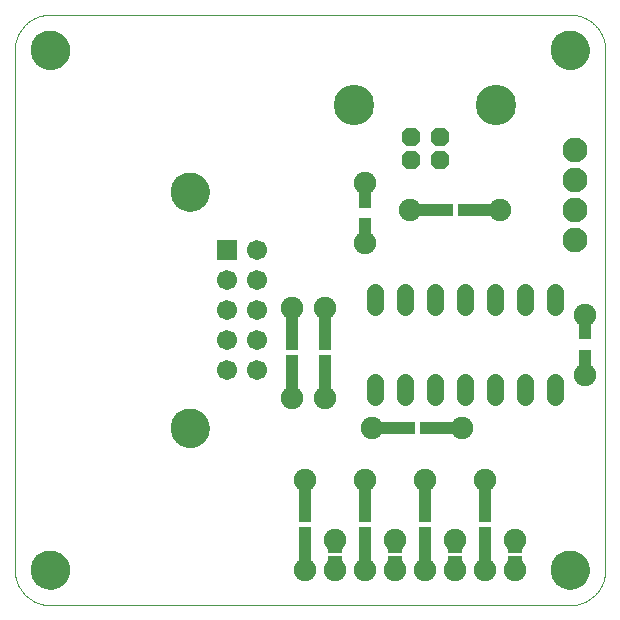
<source format=gts>
G75*
%MOIN*%
%OFA0B0*%
%FSLAX25Y25*%
%IPPOS*%
%LPD*%
%AMOC8*
5,1,8,0,0,1.08239X$1,22.5*
%
%ADD10C,0.00000*%
%ADD11C,0.12998*%
%ADD12R,0.04337X0.10636*%
%ADD13C,0.07487*%
%ADD14C,0.05600*%
%ADD15R,0.12998X0.04337*%
%ADD16OC8,0.06140*%
%ADD17C,0.13455*%
%ADD18R,0.04337X0.12998*%
%ADD19R,0.05124X0.03550*%
%ADD20C,0.08274*%
%ADD21C,0.06699*%
%ADD22R,0.06699X0.06699*%
D10*
X0046801Y0017535D02*
X0046801Y0190764D01*
X0052313Y0190764D02*
X0052315Y0190922D01*
X0052321Y0191080D01*
X0052331Y0191238D01*
X0052345Y0191396D01*
X0052363Y0191553D01*
X0052384Y0191710D01*
X0052410Y0191866D01*
X0052440Y0192022D01*
X0052473Y0192177D01*
X0052511Y0192330D01*
X0052552Y0192483D01*
X0052597Y0192635D01*
X0052646Y0192786D01*
X0052699Y0192935D01*
X0052755Y0193083D01*
X0052815Y0193229D01*
X0052879Y0193374D01*
X0052947Y0193517D01*
X0053018Y0193659D01*
X0053092Y0193799D01*
X0053170Y0193936D01*
X0053252Y0194072D01*
X0053336Y0194206D01*
X0053425Y0194337D01*
X0053516Y0194466D01*
X0053611Y0194593D01*
X0053708Y0194718D01*
X0053809Y0194840D01*
X0053913Y0194959D01*
X0054020Y0195076D01*
X0054130Y0195190D01*
X0054243Y0195301D01*
X0054358Y0195410D01*
X0054476Y0195515D01*
X0054597Y0195617D01*
X0054720Y0195717D01*
X0054846Y0195813D01*
X0054974Y0195906D01*
X0055104Y0195996D01*
X0055237Y0196082D01*
X0055372Y0196166D01*
X0055508Y0196245D01*
X0055647Y0196322D01*
X0055788Y0196394D01*
X0055930Y0196464D01*
X0056074Y0196529D01*
X0056220Y0196591D01*
X0056367Y0196649D01*
X0056516Y0196704D01*
X0056666Y0196755D01*
X0056817Y0196802D01*
X0056969Y0196845D01*
X0057122Y0196884D01*
X0057277Y0196920D01*
X0057432Y0196951D01*
X0057588Y0196979D01*
X0057744Y0197003D01*
X0057901Y0197023D01*
X0058059Y0197039D01*
X0058216Y0197051D01*
X0058375Y0197059D01*
X0058533Y0197063D01*
X0058691Y0197063D01*
X0058849Y0197059D01*
X0059008Y0197051D01*
X0059165Y0197039D01*
X0059323Y0197023D01*
X0059480Y0197003D01*
X0059636Y0196979D01*
X0059792Y0196951D01*
X0059947Y0196920D01*
X0060102Y0196884D01*
X0060255Y0196845D01*
X0060407Y0196802D01*
X0060558Y0196755D01*
X0060708Y0196704D01*
X0060857Y0196649D01*
X0061004Y0196591D01*
X0061150Y0196529D01*
X0061294Y0196464D01*
X0061436Y0196394D01*
X0061577Y0196322D01*
X0061716Y0196245D01*
X0061852Y0196166D01*
X0061987Y0196082D01*
X0062120Y0195996D01*
X0062250Y0195906D01*
X0062378Y0195813D01*
X0062504Y0195717D01*
X0062627Y0195617D01*
X0062748Y0195515D01*
X0062866Y0195410D01*
X0062981Y0195301D01*
X0063094Y0195190D01*
X0063204Y0195076D01*
X0063311Y0194959D01*
X0063415Y0194840D01*
X0063516Y0194718D01*
X0063613Y0194593D01*
X0063708Y0194466D01*
X0063799Y0194337D01*
X0063888Y0194206D01*
X0063972Y0194072D01*
X0064054Y0193936D01*
X0064132Y0193799D01*
X0064206Y0193659D01*
X0064277Y0193517D01*
X0064345Y0193374D01*
X0064409Y0193229D01*
X0064469Y0193083D01*
X0064525Y0192935D01*
X0064578Y0192786D01*
X0064627Y0192635D01*
X0064672Y0192483D01*
X0064713Y0192330D01*
X0064751Y0192177D01*
X0064784Y0192022D01*
X0064814Y0191866D01*
X0064840Y0191710D01*
X0064861Y0191553D01*
X0064879Y0191396D01*
X0064893Y0191238D01*
X0064903Y0191080D01*
X0064909Y0190922D01*
X0064911Y0190764D01*
X0064909Y0190606D01*
X0064903Y0190448D01*
X0064893Y0190290D01*
X0064879Y0190132D01*
X0064861Y0189975D01*
X0064840Y0189818D01*
X0064814Y0189662D01*
X0064784Y0189506D01*
X0064751Y0189351D01*
X0064713Y0189198D01*
X0064672Y0189045D01*
X0064627Y0188893D01*
X0064578Y0188742D01*
X0064525Y0188593D01*
X0064469Y0188445D01*
X0064409Y0188299D01*
X0064345Y0188154D01*
X0064277Y0188011D01*
X0064206Y0187869D01*
X0064132Y0187729D01*
X0064054Y0187592D01*
X0063972Y0187456D01*
X0063888Y0187322D01*
X0063799Y0187191D01*
X0063708Y0187062D01*
X0063613Y0186935D01*
X0063516Y0186810D01*
X0063415Y0186688D01*
X0063311Y0186569D01*
X0063204Y0186452D01*
X0063094Y0186338D01*
X0062981Y0186227D01*
X0062866Y0186118D01*
X0062748Y0186013D01*
X0062627Y0185911D01*
X0062504Y0185811D01*
X0062378Y0185715D01*
X0062250Y0185622D01*
X0062120Y0185532D01*
X0061987Y0185446D01*
X0061852Y0185362D01*
X0061716Y0185283D01*
X0061577Y0185206D01*
X0061436Y0185134D01*
X0061294Y0185064D01*
X0061150Y0184999D01*
X0061004Y0184937D01*
X0060857Y0184879D01*
X0060708Y0184824D01*
X0060558Y0184773D01*
X0060407Y0184726D01*
X0060255Y0184683D01*
X0060102Y0184644D01*
X0059947Y0184608D01*
X0059792Y0184577D01*
X0059636Y0184549D01*
X0059480Y0184525D01*
X0059323Y0184505D01*
X0059165Y0184489D01*
X0059008Y0184477D01*
X0058849Y0184469D01*
X0058691Y0184465D01*
X0058533Y0184465D01*
X0058375Y0184469D01*
X0058216Y0184477D01*
X0058059Y0184489D01*
X0057901Y0184505D01*
X0057744Y0184525D01*
X0057588Y0184549D01*
X0057432Y0184577D01*
X0057277Y0184608D01*
X0057122Y0184644D01*
X0056969Y0184683D01*
X0056817Y0184726D01*
X0056666Y0184773D01*
X0056516Y0184824D01*
X0056367Y0184879D01*
X0056220Y0184937D01*
X0056074Y0184999D01*
X0055930Y0185064D01*
X0055788Y0185134D01*
X0055647Y0185206D01*
X0055508Y0185283D01*
X0055372Y0185362D01*
X0055237Y0185446D01*
X0055104Y0185532D01*
X0054974Y0185622D01*
X0054846Y0185715D01*
X0054720Y0185811D01*
X0054597Y0185911D01*
X0054476Y0186013D01*
X0054358Y0186118D01*
X0054243Y0186227D01*
X0054130Y0186338D01*
X0054020Y0186452D01*
X0053913Y0186569D01*
X0053809Y0186688D01*
X0053708Y0186810D01*
X0053611Y0186935D01*
X0053516Y0187062D01*
X0053425Y0187191D01*
X0053336Y0187322D01*
X0053252Y0187456D01*
X0053170Y0187592D01*
X0053092Y0187729D01*
X0053018Y0187869D01*
X0052947Y0188011D01*
X0052879Y0188154D01*
X0052815Y0188299D01*
X0052755Y0188445D01*
X0052699Y0188593D01*
X0052646Y0188742D01*
X0052597Y0188893D01*
X0052552Y0189045D01*
X0052511Y0189198D01*
X0052473Y0189351D01*
X0052440Y0189506D01*
X0052410Y0189662D01*
X0052384Y0189818D01*
X0052363Y0189975D01*
X0052345Y0190132D01*
X0052331Y0190290D01*
X0052321Y0190448D01*
X0052315Y0190606D01*
X0052313Y0190764D01*
X0046801Y0190764D02*
X0046804Y0191049D01*
X0046815Y0191335D01*
X0046832Y0191620D01*
X0046856Y0191904D01*
X0046887Y0192188D01*
X0046925Y0192471D01*
X0046970Y0192752D01*
X0047021Y0193033D01*
X0047079Y0193313D01*
X0047144Y0193591D01*
X0047216Y0193867D01*
X0047294Y0194141D01*
X0047379Y0194414D01*
X0047471Y0194684D01*
X0047569Y0194952D01*
X0047673Y0195218D01*
X0047784Y0195481D01*
X0047901Y0195741D01*
X0048024Y0195999D01*
X0048154Y0196253D01*
X0048290Y0196504D01*
X0048431Y0196752D01*
X0048579Y0196996D01*
X0048732Y0197237D01*
X0048892Y0197473D01*
X0049057Y0197706D01*
X0049227Y0197935D01*
X0049403Y0198160D01*
X0049585Y0198380D01*
X0049771Y0198596D01*
X0049963Y0198807D01*
X0050160Y0199014D01*
X0050362Y0199216D01*
X0050569Y0199413D01*
X0050780Y0199605D01*
X0050996Y0199791D01*
X0051216Y0199973D01*
X0051441Y0200149D01*
X0051670Y0200319D01*
X0051903Y0200484D01*
X0052139Y0200644D01*
X0052380Y0200797D01*
X0052624Y0200945D01*
X0052872Y0201086D01*
X0053123Y0201222D01*
X0053377Y0201352D01*
X0053635Y0201475D01*
X0053895Y0201592D01*
X0054158Y0201703D01*
X0054424Y0201807D01*
X0054692Y0201905D01*
X0054962Y0201997D01*
X0055235Y0202082D01*
X0055509Y0202160D01*
X0055785Y0202232D01*
X0056063Y0202297D01*
X0056343Y0202355D01*
X0056624Y0202406D01*
X0056905Y0202451D01*
X0057188Y0202489D01*
X0057472Y0202520D01*
X0057756Y0202544D01*
X0058041Y0202561D01*
X0058327Y0202572D01*
X0058612Y0202575D01*
X0231840Y0202575D01*
X0225541Y0190764D02*
X0225543Y0190922D01*
X0225549Y0191080D01*
X0225559Y0191238D01*
X0225573Y0191396D01*
X0225591Y0191553D01*
X0225612Y0191710D01*
X0225638Y0191866D01*
X0225668Y0192022D01*
X0225701Y0192177D01*
X0225739Y0192330D01*
X0225780Y0192483D01*
X0225825Y0192635D01*
X0225874Y0192786D01*
X0225927Y0192935D01*
X0225983Y0193083D01*
X0226043Y0193229D01*
X0226107Y0193374D01*
X0226175Y0193517D01*
X0226246Y0193659D01*
X0226320Y0193799D01*
X0226398Y0193936D01*
X0226480Y0194072D01*
X0226564Y0194206D01*
X0226653Y0194337D01*
X0226744Y0194466D01*
X0226839Y0194593D01*
X0226936Y0194718D01*
X0227037Y0194840D01*
X0227141Y0194959D01*
X0227248Y0195076D01*
X0227358Y0195190D01*
X0227471Y0195301D01*
X0227586Y0195410D01*
X0227704Y0195515D01*
X0227825Y0195617D01*
X0227948Y0195717D01*
X0228074Y0195813D01*
X0228202Y0195906D01*
X0228332Y0195996D01*
X0228465Y0196082D01*
X0228600Y0196166D01*
X0228736Y0196245D01*
X0228875Y0196322D01*
X0229016Y0196394D01*
X0229158Y0196464D01*
X0229302Y0196529D01*
X0229448Y0196591D01*
X0229595Y0196649D01*
X0229744Y0196704D01*
X0229894Y0196755D01*
X0230045Y0196802D01*
X0230197Y0196845D01*
X0230350Y0196884D01*
X0230505Y0196920D01*
X0230660Y0196951D01*
X0230816Y0196979D01*
X0230972Y0197003D01*
X0231129Y0197023D01*
X0231287Y0197039D01*
X0231444Y0197051D01*
X0231603Y0197059D01*
X0231761Y0197063D01*
X0231919Y0197063D01*
X0232077Y0197059D01*
X0232236Y0197051D01*
X0232393Y0197039D01*
X0232551Y0197023D01*
X0232708Y0197003D01*
X0232864Y0196979D01*
X0233020Y0196951D01*
X0233175Y0196920D01*
X0233330Y0196884D01*
X0233483Y0196845D01*
X0233635Y0196802D01*
X0233786Y0196755D01*
X0233936Y0196704D01*
X0234085Y0196649D01*
X0234232Y0196591D01*
X0234378Y0196529D01*
X0234522Y0196464D01*
X0234664Y0196394D01*
X0234805Y0196322D01*
X0234944Y0196245D01*
X0235080Y0196166D01*
X0235215Y0196082D01*
X0235348Y0195996D01*
X0235478Y0195906D01*
X0235606Y0195813D01*
X0235732Y0195717D01*
X0235855Y0195617D01*
X0235976Y0195515D01*
X0236094Y0195410D01*
X0236209Y0195301D01*
X0236322Y0195190D01*
X0236432Y0195076D01*
X0236539Y0194959D01*
X0236643Y0194840D01*
X0236744Y0194718D01*
X0236841Y0194593D01*
X0236936Y0194466D01*
X0237027Y0194337D01*
X0237116Y0194206D01*
X0237200Y0194072D01*
X0237282Y0193936D01*
X0237360Y0193799D01*
X0237434Y0193659D01*
X0237505Y0193517D01*
X0237573Y0193374D01*
X0237637Y0193229D01*
X0237697Y0193083D01*
X0237753Y0192935D01*
X0237806Y0192786D01*
X0237855Y0192635D01*
X0237900Y0192483D01*
X0237941Y0192330D01*
X0237979Y0192177D01*
X0238012Y0192022D01*
X0238042Y0191866D01*
X0238068Y0191710D01*
X0238089Y0191553D01*
X0238107Y0191396D01*
X0238121Y0191238D01*
X0238131Y0191080D01*
X0238137Y0190922D01*
X0238139Y0190764D01*
X0238137Y0190606D01*
X0238131Y0190448D01*
X0238121Y0190290D01*
X0238107Y0190132D01*
X0238089Y0189975D01*
X0238068Y0189818D01*
X0238042Y0189662D01*
X0238012Y0189506D01*
X0237979Y0189351D01*
X0237941Y0189198D01*
X0237900Y0189045D01*
X0237855Y0188893D01*
X0237806Y0188742D01*
X0237753Y0188593D01*
X0237697Y0188445D01*
X0237637Y0188299D01*
X0237573Y0188154D01*
X0237505Y0188011D01*
X0237434Y0187869D01*
X0237360Y0187729D01*
X0237282Y0187592D01*
X0237200Y0187456D01*
X0237116Y0187322D01*
X0237027Y0187191D01*
X0236936Y0187062D01*
X0236841Y0186935D01*
X0236744Y0186810D01*
X0236643Y0186688D01*
X0236539Y0186569D01*
X0236432Y0186452D01*
X0236322Y0186338D01*
X0236209Y0186227D01*
X0236094Y0186118D01*
X0235976Y0186013D01*
X0235855Y0185911D01*
X0235732Y0185811D01*
X0235606Y0185715D01*
X0235478Y0185622D01*
X0235348Y0185532D01*
X0235215Y0185446D01*
X0235080Y0185362D01*
X0234944Y0185283D01*
X0234805Y0185206D01*
X0234664Y0185134D01*
X0234522Y0185064D01*
X0234378Y0184999D01*
X0234232Y0184937D01*
X0234085Y0184879D01*
X0233936Y0184824D01*
X0233786Y0184773D01*
X0233635Y0184726D01*
X0233483Y0184683D01*
X0233330Y0184644D01*
X0233175Y0184608D01*
X0233020Y0184577D01*
X0232864Y0184549D01*
X0232708Y0184525D01*
X0232551Y0184505D01*
X0232393Y0184489D01*
X0232236Y0184477D01*
X0232077Y0184469D01*
X0231919Y0184465D01*
X0231761Y0184465D01*
X0231603Y0184469D01*
X0231444Y0184477D01*
X0231287Y0184489D01*
X0231129Y0184505D01*
X0230972Y0184525D01*
X0230816Y0184549D01*
X0230660Y0184577D01*
X0230505Y0184608D01*
X0230350Y0184644D01*
X0230197Y0184683D01*
X0230045Y0184726D01*
X0229894Y0184773D01*
X0229744Y0184824D01*
X0229595Y0184879D01*
X0229448Y0184937D01*
X0229302Y0184999D01*
X0229158Y0185064D01*
X0229016Y0185134D01*
X0228875Y0185206D01*
X0228736Y0185283D01*
X0228600Y0185362D01*
X0228465Y0185446D01*
X0228332Y0185532D01*
X0228202Y0185622D01*
X0228074Y0185715D01*
X0227948Y0185811D01*
X0227825Y0185911D01*
X0227704Y0186013D01*
X0227586Y0186118D01*
X0227471Y0186227D01*
X0227358Y0186338D01*
X0227248Y0186452D01*
X0227141Y0186569D01*
X0227037Y0186688D01*
X0226936Y0186810D01*
X0226839Y0186935D01*
X0226744Y0187062D01*
X0226653Y0187191D01*
X0226564Y0187322D01*
X0226480Y0187456D01*
X0226398Y0187592D01*
X0226320Y0187729D01*
X0226246Y0187869D01*
X0226175Y0188011D01*
X0226107Y0188154D01*
X0226043Y0188299D01*
X0225983Y0188445D01*
X0225927Y0188593D01*
X0225874Y0188742D01*
X0225825Y0188893D01*
X0225780Y0189045D01*
X0225739Y0189198D01*
X0225701Y0189351D01*
X0225668Y0189506D01*
X0225638Y0189662D01*
X0225612Y0189818D01*
X0225591Y0189975D01*
X0225573Y0190132D01*
X0225559Y0190290D01*
X0225549Y0190448D01*
X0225543Y0190606D01*
X0225541Y0190764D01*
X0231840Y0202575D02*
X0232125Y0202572D01*
X0232411Y0202561D01*
X0232696Y0202544D01*
X0232980Y0202520D01*
X0233264Y0202489D01*
X0233547Y0202451D01*
X0233828Y0202406D01*
X0234109Y0202355D01*
X0234389Y0202297D01*
X0234667Y0202232D01*
X0234943Y0202160D01*
X0235217Y0202082D01*
X0235490Y0201997D01*
X0235760Y0201905D01*
X0236028Y0201807D01*
X0236294Y0201703D01*
X0236557Y0201592D01*
X0236817Y0201475D01*
X0237075Y0201352D01*
X0237329Y0201222D01*
X0237580Y0201086D01*
X0237828Y0200945D01*
X0238072Y0200797D01*
X0238313Y0200644D01*
X0238549Y0200484D01*
X0238782Y0200319D01*
X0239011Y0200149D01*
X0239236Y0199973D01*
X0239456Y0199791D01*
X0239672Y0199605D01*
X0239883Y0199413D01*
X0240090Y0199216D01*
X0240292Y0199014D01*
X0240489Y0198807D01*
X0240681Y0198596D01*
X0240867Y0198380D01*
X0241049Y0198160D01*
X0241225Y0197935D01*
X0241395Y0197706D01*
X0241560Y0197473D01*
X0241720Y0197237D01*
X0241873Y0196996D01*
X0242021Y0196752D01*
X0242162Y0196504D01*
X0242298Y0196253D01*
X0242428Y0195999D01*
X0242551Y0195741D01*
X0242668Y0195481D01*
X0242779Y0195218D01*
X0242883Y0194952D01*
X0242981Y0194684D01*
X0243073Y0194414D01*
X0243158Y0194141D01*
X0243236Y0193867D01*
X0243308Y0193591D01*
X0243373Y0193313D01*
X0243431Y0193033D01*
X0243482Y0192752D01*
X0243527Y0192471D01*
X0243565Y0192188D01*
X0243596Y0191904D01*
X0243620Y0191620D01*
X0243637Y0191335D01*
X0243648Y0191049D01*
X0243651Y0190764D01*
X0243651Y0017535D01*
X0225541Y0017535D02*
X0225543Y0017693D01*
X0225549Y0017851D01*
X0225559Y0018009D01*
X0225573Y0018167D01*
X0225591Y0018324D01*
X0225612Y0018481D01*
X0225638Y0018637D01*
X0225668Y0018793D01*
X0225701Y0018948D01*
X0225739Y0019101D01*
X0225780Y0019254D01*
X0225825Y0019406D01*
X0225874Y0019557D01*
X0225927Y0019706D01*
X0225983Y0019854D01*
X0226043Y0020000D01*
X0226107Y0020145D01*
X0226175Y0020288D01*
X0226246Y0020430D01*
X0226320Y0020570D01*
X0226398Y0020707D01*
X0226480Y0020843D01*
X0226564Y0020977D01*
X0226653Y0021108D01*
X0226744Y0021237D01*
X0226839Y0021364D01*
X0226936Y0021489D01*
X0227037Y0021611D01*
X0227141Y0021730D01*
X0227248Y0021847D01*
X0227358Y0021961D01*
X0227471Y0022072D01*
X0227586Y0022181D01*
X0227704Y0022286D01*
X0227825Y0022388D01*
X0227948Y0022488D01*
X0228074Y0022584D01*
X0228202Y0022677D01*
X0228332Y0022767D01*
X0228465Y0022853D01*
X0228600Y0022937D01*
X0228736Y0023016D01*
X0228875Y0023093D01*
X0229016Y0023165D01*
X0229158Y0023235D01*
X0229302Y0023300D01*
X0229448Y0023362D01*
X0229595Y0023420D01*
X0229744Y0023475D01*
X0229894Y0023526D01*
X0230045Y0023573D01*
X0230197Y0023616D01*
X0230350Y0023655D01*
X0230505Y0023691D01*
X0230660Y0023722D01*
X0230816Y0023750D01*
X0230972Y0023774D01*
X0231129Y0023794D01*
X0231287Y0023810D01*
X0231444Y0023822D01*
X0231603Y0023830D01*
X0231761Y0023834D01*
X0231919Y0023834D01*
X0232077Y0023830D01*
X0232236Y0023822D01*
X0232393Y0023810D01*
X0232551Y0023794D01*
X0232708Y0023774D01*
X0232864Y0023750D01*
X0233020Y0023722D01*
X0233175Y0023691D01*
X0233330Y0023655D01*
X0233483Y0023616D01*
X0233635Y0023573D01*
X0233786Y0023526D01*
X0233936Y0023475D01*
X0234085Y0023420D01*
X0234232Y0023362D01*
X0234378Y0023300D01*
X0234522Y0023235D01*
X0234664Y0023165D01*
X0234805Y0023093D01*
X0234944Y0023016D01*
X0235080Y0022937D01*
X0235215Y0022853D01*
X0235348Y0022767D01*
X0235478Y0022677D01*
X0235606Y0022584D01*
X0235732Y0022488D01*
X0235855Y0022388D01*
X0235976Y0022286D01*
X0236094Y0022181D01*
X0236209Y0022072D01*
X0236322Y0021961D01*
X0236432Y0021847D01*
X0236539Y0021730D01*
X0236643Y0021611D01*
X0236744Y0021489D01*
X0236841Y0021364D01*
X0236936Y0021237D01*
X0237027Y0021108D01*
X0237116Y0020977D01*
X0237200Y0020843D01*
X0237282Y0020707D01*
X0237360Y0020570D01*
X0237434Y0020430D01*
X0237505Y0020288D01*
X0237573Y0020145D01*
X0237637Y0020000D01*
X0237697Y0019854D01*
X0237753Y0019706D01*
X0237806Y0019557D01*
X0237855Y0019406D01*
X0237900Y0019254D01*
X0237941Y0019101D01*
X0237979Y0018948D01*
X0238012Y0018793D01*
X0238042Y0018637D01*
X0238068Y0018481D01*
X0238089Y0018324D01*
X0238107Y0018167D01*
X0238121Y0018009D01*
X0238131Y0017851D01*
X0238137Y0017693D01*
X0238139Y0017535D01*
X0238137Y0017377D01*
X0238131Y0017219D01*
X0238121Y0017061D01*
X0238107Y0016903D01*
X0238089Y0016746D01*
X0238068Y0016589D01*
X0238042Y0016433D01*
X0238012Y0016277D01*
X0237979Y0016122D01*
X0237941Y0015969D01*
X0237900Y0015816D01*
X0237855Y0015664D01*
X0237806Y0015513D01*
X0237753Y0015364D01*
X0237697Y0015216D01*
X0237637Y0015070D01*
X0237573Y0014925D01*
X0237505Y0014782D01*
X0237434Y0014640D01*
X0237360Y0014500D01*
X0237282Y0014363D01*
X0237200Y0014227D01*
X0237116Y0014093D01*
X0237027Y0013962D01*
X0236936Y0013833D01*
X0236841Y0013706D01*
X0236744Y0013581D01*
X0236643Y0013459D01*
X0236539Y0013340D01*
X0236432Y0013223D01*
X0236322Y0013109D01*
X0236209Y0012998D01*
X0236094Y0012889D01*
X0235976Y0012784D01*
X0235855Y0012682D01*
X0235732Y0012582D01*
X0235606Y0012486D01*
X0235478Y0012393D01*
X0235348Y0012303D01*
X0235215Y0012217D01*
X0235080Y0012133D01*
X0234944Y0012054D01*
X0234805Y0011977D01*
X0234664Y0011905D01*
X0234522Y0011835D01*
X0234378Y0011770D01*
X0234232Y0011708D01*
X0234085Y0011650D01*
X0233936Y0011595D01*
X0233786Y0011544D01*
X0233635Y0011497D01*
X0233483Y0011454D01*
X0233330Y0011415D01*
X0233175Y0011379D01*
X0233020Y0011348D01*
X0232864Y0011320D01*
X0232708Y0011296D01*
X0232551Y0011276D01*
X0232393Y0011260D01*
X0232236Y0011248D01*
X0232077Y0011240D01*
X0231919Y0011236D01*
X0231761Y0011236D01*
X0231603Y0011240D01*
X0231444Y0011248D01*
X0231287Y0011260D01*
X0231129Y0011276D01*
X0230972Y0011296D01*
X0230816Y0011320D01*
X0230660Y0011348D01*
X0230505Y0011379D01*
X0230350Y0011415D01*
X0230197Y0011454D01*
X0230045Y0011497D01*
X0229894Y0011544D01*
X0229744Y0011595D01*
X0229595Y0011650D01*
X0229448Y0011708D01*
X0229302Y0011770D01*
X0229158Y0011835D01*
X0229016Y0011905D01*
X0228875Y0011977D01*
X0228736Y0012054D01*
X0228600Y0012133D01*
X0228465Y0012217D01*
X0228332Y0012303D01*
X0228202Y0012393D01*
X0228074Y0012486D01*
X0227948Y0012582D01*
X0227825Y0012682D01*
X0227704Y0012784D01*
X0227586Y0012889D01*
X0227471Y0012998D01*
X0227358Y0013109D01*
X0227248Y0013223D01*
X0227141Y0013340D01*
X0227037Y0013459D01*
X0226936Y0013581D01*
X0226839Y0013706D01*
X0226744Y0013833D01*
X0226653Y0013962D01*
X0226564Y0014093D01*
X0226480Y0014227D01*
X0226398Y0014363D01*
X0226320Y0014500D01*
X0226246Y0014640D01*
X0226175Y0014782D01*
X0226107Y0014925D01*
X0226043Y0015070D01*
X0225983Y0015216D01*
X0225927Y0015364D01*
X0225874Y0015513D01*
X0225825Y0015664D01*
X0225780Y0015816D01*
X0225739Y0015969D01*
X0225701Y0016122D01*
X0225668Y0016277D01*
X0225638Y0016433D01*
X0225612Y0016589D01*
X0225591Y0016746D01*
X0225573Y0016903D01*
X0225559Y0017061D01*
X0225549Y0017219D01*
X0225543Y0017377D01*
X0225541Y0017535D01*
X0231840Y0005724D02*
X0232125Y0005727D01*
X0232411Y0005738D01*
X0232696Y0005755D01*
X0232980Y0005779D01*
X0233264Y0005810D01*
X0233547Y0005848D01*
X0233828Y0005893D01*
X0234109Y0005944D01*
X0234389Y0006002D01*
X0234667Y0006067D01*
X0234943Y0006139D01*
X0235217Y0006217D01*
X0235490Y0006302D01*
X0235760Y0006394D01*
X0236028Y0006492D01*
X0236294Y0006596D01*
X0236557Y0006707D01*
X0236817Y0006824D01*
X0237075Y0006947D01*
X0237329Y0007077D01*
X0237580Y0007213D01*
X0237828Y0007354D01*
X0238072Y0007502D01*
X0238313Y0007655D01*
X0238549Y0007815D01*
X0238782Y0007980D01*
X0239011Y0008150D01*
X0239236Y0008326D01*
X0239456Y0008508D01*
X0239672Y0008694D01*
X0239883Y0008886D01*
X0240090Y0009083D01*
X0240292Y0009285D01*
X0240489Y0009492D01*
X0240681Y0009703D01*
X0240867Y0009919D01*
X0241049Y0010139D01*
X0241225Y0010364D01*
X0241395Y0010593D01*
X0241560Y0010826D01*
X0241720Y0011062D01*
X0241873Y0011303D01*
X0242021Y0011547D01*
X0242162Y0011795D01*
X0242298Y0012046D01*
X0242428Y0012300D01*
X0242551Y0012558D01*
X0242668Y0012818D01*
X0242779Y0013081D01*
X0242883Y0013347D01*
X0242981Y0013615D01*
X0243073Y0013885D01*
X0243158Y0014158D01*
X0243236Y0014432D01*
X0243308Y0014708D01*
X0243373Y0014986D01*
X0243431Y0015266D01*
X0243482Y0015547D01*
X0243527Y0015828D01*
X0243565Y0016111D01*
X0243596Y0016395D01*
X0243620Y0016679D01*
X0243637Y0016964D01*
X0243648Y0017250D01*
X0243651Y0017535D01*
X0231840Y0005724D02*
X0058612Y0005724D01*
X0052313Y0017535D02*
X0052315Y0017693D01*
X0052321Y0017851D01*
X0052331Y0018009D01*
X0052345Y0018167D01*
X0052363Y0018324D01*
X0052384Y0018481D01*
X0052410Y0018637D01*
X0052440Y0018793D01*
X0052473Y0018948D01*
X0052511Y0019101D01*
X0052552Y0019254D01*
X0052597Y0019406D01*
X0052646Y0019557D01*
X0052699Y0019706D01*
X0052755Y0019854D01*
X0052815Y0020000D01*
X0052879Y0020145D01*
X0052947Y0020288D01*
X0053018Y0020430D01*
X0053092Y0020570D01*
X0053170Y0020707D01*
X0053252Y0020843D01*
X0053336Y0020977D01*
X0053425Y0021108D01*
X0053516Y0021237D01*
X0053611Y0021364D01*
X0053708Y0021489D01*
X0053809Y0021611D01*
X0053913Y0021730D01*
X0054020Y0021847D01*
X0054130Y0021961D01*
X0054243Y0022072D01*
X0054358Y0022181D01*
X0054476Y0022286D01*
X0054597Y0022388D01*
X0054720Y0022488D01*
X0054846Y0022584D01*
X0054974Y0022677D01*
X0055104Y0022767D01*
X0055237Y0022853D01*
X0055372Y0022937D01*
X0055508Y0023016D01*
X0055647Y0023093D01*
X0055788Y0023165D01*
X0055930Y0023235D01*
X0056074Y0023300D01*
X0056220Y0023362D01*
X0056367Y0023420D01*
X0056516Y0023475D01*
X0056666Y0023526D01*
X0056817Y0023573D01*
X0056969Y0023616D01*
X0057122Y0023655D01*
X0057277Y0023691D01*
X0057432Y0023722D01*
X0057588Y0023750D01*
X0057744Y0023774D01*
X0057901Y0023794D01*
X0058059Y0023810D01*
X0058216Y0023822D01*
X0058375Y0023830D01*
X0058533Y0023834D01*
X0058691Y0023834D01*
X0058849Y0023830D01*
X0059008Y0023822D01*
X0059165Y0023810D01*
X0059323Y0023794D01*
X0059480Y0023774D01*
X0059636Y0023750D01*
X0059792Y0023722D01*
X0059947Y0023691D01*
X0060102Y0023655D01*
X0060255Y0023616D01*
X0060407Y0023573D01*
X0060558Y0023526D01*
X0060708Y0023475D01*
X0060857Y0023420D01*
X0061004Y0023362D01*
X0061150Y0023300D01*
X0061294Y0023235D01*
X0061436Y0023165D01*
X0061577Y0023093D01*
X0061716Y0023016D01*
X0061852Y0022937D01*
X0061987Y0022853D01*
X0062120Y0022767D01*
X0062250Y0022677D01*
X0062378Y0022584D01*
X0062504Y0022488D01*
X0062627Y0022388D01*
X0062748Y0022286D01*
X0062866Y0022181D01*
X0062981Y0022072D01*
X0063094Y0021961D01*
X0063204Y0021847D01*
X0063311Y0021730D01*
X0063415Y0021611D01*
X0063516Y0021489D01*
X0063613Y0021364D01*
X0063708Y0021237D01*
X0063799Y0021108D01*
X0063888Y0020977D01*
X0063972Y0020843D01*
X0064054Y0020707D01*
X0064132Y0020570D01*
X0064206Y0020430D01*
X0064277Y0020288D01*
X0064345Y0020145D01*
X0064409Y0020000D01*
X0064469Y0019854D01*
X0064525Y0019706D01*
X0064578Y0019557D01*
X0064627Y0019406D01*
X0064672Y0019254D01*
X0064713Y0019101D01*
X0064751Y0018948D01*
X0064784Y0018793D01*
X0064814Y0018637D01*
X0064840Y0018481D01*
X0064861Y0018324D01*
X0064879Y0018167D01*
X0064893Y0018009D01*
X0064903Y0017851D01*
X0064909Y0017693D01*
X0064911Y0017535D01*
X0064909Y0017377D01*
X0064903Y0017219D01*
X0064893Y0017061D01*
X0064879Y0016903D01*
X0064861Y0016746D01*
X0064840Y0016589D01*
X0064814Y0016433D01*
X0064784Y0016277D01*
X0064751Y0016122D01*
X0064713Y0015969D01*
X0064672Y0015816D01*
X0064627Y0015664D01*
X0064578Y0015513D01*
X0064525Y0015364D01*
X0064469Y0015216D01*
X0064409Y0015070D01*
X0064345Y0014925D01*
X0064277Y0014782D01*
X0064206Y0014640D01*
X0064132Y0014500D01*
X0064054Y0014363D01*
X0063972Y0014227D01*
X0063888Y0014093D01*
X0063799Y0013962D01*
X0063708Y0013833D01*
X0063613Y0013706D01*
X0063516Y0013581D01*
X0063415Y0013459D01*
X0063311Y0013340D01*
X0063204Y0013223D01*
X0063094Y0013109D01*
X0062981Y0012998D01*
X0062866Y0012889D01*
X0062748Y0012784D01*
X0062627Y0012682D01*
X0062504Y0012582D01*
X0062378Y0012486D01*
X0062250Y0012393D01*
X0062120Y0012303D01*
X0061987Y0012217D01*
X0061852Y0012133D01*
X0061716Y0012054D01*
X0061577Y0011977D01*
X0061436Y0011905D01*
X0061294Y0011835D01*
X0061150Y0011770D01*
X0061004Y0011708D01*
X0060857Y0011650D01*
X0060708Y0011595D01*
X0060558Y0011544D01*
X0060407Y0011497D01*
X0060255Y0011454D01*
X0060102Y0011415D01*
X0059947Y0011379D01*
X0059792Y0011348D01*
X0059636Y0011320D01*
X0059480Y0011296D01*
X0059323Y0011276D01*
X0059165Y0011260D01*
X0059008Y0011248D01*
X0058849Y0011240D01*
X0058691Y0011236D01*
X0058533Y0011236D01*
X0058375Y0011240D01*
X0058216Y0011248D01*
X0058059Y0011260D01*
X0057901Y0011276D01*
X0057744Y0011296D01*
X0057588Y0011320D01*
X0057432Y0011348D01*
X0057277Y0011379D01*
X0057122Y0011415D01*
X0056969Y0011454D01*
X0056817Y0011497D01*
X0056666Y0011544D01*
X0056516Y0011595D01*
X0056367Y0011650D01*
X0056220Y0011708D01*
X0056074Y0011770D01*
X0055930Y0011835D01*
X0055788Y0011905D01*
X0055647Y0011977D01*
X0055508Y0012054D01*
X0055372Y0012133D01*
X0055237Y0012217D01*
X0055104Y0012303D01*
X0054974Y0012393D01*
X0054846Y0012486D01*
X0054720Y0012582D01*
X0054597Y0012682D01*
X0054476Y0012784D01*
X0054358Y0012889D01*
X0054243Y0012998D01*
X0054130Y0013109D01*
X0054020Y0013223D01*
X0053913Y0013340D01*
X0053809Y0013459D01*
X0053708Y0013581D01*
X0053611Y0013706D01*
X0053516Y0013833D01*
X0053425Y0013962D01*
X0053336Y0014093D01*
X0053252Y0014227D01*
X0053170Y0014363D01*
X0053092Y0014500D01*
X0053018Y0014640D01*
X0052947Y0014782D01*
X0052879Y0014925D01*
X0052815Y0015070D01*
X0052755Y0015216D01*
X0052699Y0015364D01*
X0052646Y0015513D01*
X0052597Y0015664D01*
X0052552Y0015816D01*
X0052511Y0015969D01*
X0052473Y0016122D01*
X0052440Y0016277D01*
X0052410Y0016433D01*
X0052384Y0016589D01*
X0052363Y0016746D01*
X0052345Y0016903D01*
X0052331Y0017061D01*
X0052321Y0017219D01*
X0052315Y0017377D01*
X0052313Y0017535D01*
X0046801Y0017535D02*
X0046804Y0017250D01*
X0046815Y0016964D01*
X0046832Y0016679D01*
X0046856Y0016395D01*
X0046887Y0016111D01*
X0046925Y0015828D01*
X0046970Y0015547D01*
X0047021Y0015266D01*
X0047079Y0014986D01*
X0047144Y0014708D01*
X0047216Y0014432D01*
X0047294Y0014158D01*
X0047379Y0013885D01*
X0047471Y0013615D01*
X0047569Y0013347D01*
X0047673Y0013081D01*
X0047784Y0012818D01*
X0047901Y0012558D01*
X0048024Y0012300D01*
X0048154Y0012046D01*
X0048290Y0011795D01*
X0048431Y0011547D01*
X0048579Y0011303D01*
X0048732Y0011062D01*
X0048892Y0010826D01*
X0049057Y0010593D01*
X0049227Y0010364D01*
X0049403Y0010139D01*
X0049585Y0009919D01*
X0049771Y0009703D01*
X0049963Y0009492D01*
X0050160Y0009285D01*
X0050362Y0009083D01*
X0050569Y0008886D01*
X0050780Y0008694D01*
X0050996Y0008508D01*
X0051216Y0008326D01*
X0051441Y0008150D01*
X0051670Y0007980D01*
X0051903Y0007815D01*
X0052139Y0007655D01*
X0052380Y0007502D01*
X0052624Y0007354D01*
X0052872Y0007213D01*
X0053123Y0007077D01*
X0053377Y0006947D01*
X0053635Y0006824D01*
X0053895Y0006707D01*
X0054158Y0006596D01*
X0054424Y0006492D01*
X0054692Y0006394D01*
X0054962Y0006302D01*
X0055235Y0006217D01*
X0055509Y0006139D01*
X0055785Y0006067D01*
X0056063Y0006002D01*
X0056343Y0005944D01*
X0056624Y0005893D01*
X0056905Y0005848D01*
X0057188Y0005810D01*
X0057472Y0005779D01*
X0057756Y0005755D01*
X0058041Y0005738D01*
X0058327Y0005727D01*
X0058612Y0005724D01*
X0098848Y0064780D02*
X0098850Y0064938D01*
X0098856Y0065096D01*
X0098866Y0065254D01*
X0098880Y0065412D01*
X0098898Y0065569D01*
X0098919Y0065726D01*
X0098945Y0065882D01*
X0098975Y0066038D01*
X0099008Y0066193D01*
X0099046Y0066346D01*
X0099087Y0066499D01*
X0099132Y0066651D01*
X0099181Y0066802D01*
X0099234Y0066951D01*
X0099290Y0067099D01*
X0099350Y0067245D01*
X0099414Y0067390D01*
X0099482Y0067533D01*
X0099553Y0067675D01*
X0099627Y0067815D01*
X0099705Y0067952D01*
X0099787Y0068088D01*
X0099871Y0068222D01*
X0099960Y0068353D01*
X0100051Y0068482D01*
X0100146Y0068609D01*
X0100243Y0068734D01*
X0100344Y0068856D01*
X0100448Y0068975D01*
X0100555Y0069092D01*
X0100665Y0069206D01*
X0100778Y0069317D01*
X0100893Y0069426D01*
X0101011Y0069531D01*
X0101132Y0069633D01*
X0101255Y0069733D01*
X0101381Y0069829D01*
X0101509Y0069922D01*
X0101639Y0070012D01*
X0101772Y0070098D01*
X0101907Y0070182D01*
X0102043Y0070261D01*
X0102182Y0070338D01*
X0102323Y0070410D01*
X0102465Y0070480D01*
X0102609Y0070545D01*
X0102755Y0070607D01*
X0102902Y0070665D01*
X0103051Y0070720D01*
X0103201Y0070771D01*
X0103352Y0070818D01*
X0103504Y0070861D01*
X0103657Y0070900D01*
X0103812Y0070936D01*
X0103967Y0070967D01*
X0104123Y0070995D01*
X0104279Y0071019D01*
X0104436Y0071039D01*
X0104594Y0071055D01*
X0104751Y0071067D01*
X0104910Y0071075D01*
X0105068Y0071079D01*
X0105226Y0071079D01*
X0105384Y0071075D01*
X0105543Y0071067D01*
X0105700Y0071055D01*
X0105858Y0071039D01*
X0106015Y0071019D01*
X0106171Y0070995D01*
X0106327Y0070967D01*
X0106482Y0070936D01*
X0106637Y0070900D01*
X0106790Y0070861D01*
X0106942Y0070818D01*
X0107093Y0070771D01*
X0107243Y0070720D01*
X0107392Y0070665D01*
X0107539Y0070607D01*
X0107685Y0070545D01*
X0107829Y0070480D01*
X0107971Y0070410D01*
X0108112Y0070338D01*
X0108251Y0070261D01*
X0108387Y0070182D01*
X0108522Y0070098D01*
X0108655Y0070012D01*
X0108785Y0069922D01*
X0108913Y0069829D01*
X0109039Y0069733D01*
X0109162Y0069633D01*
X0109283Y0069531D01*
X0109401Y0069426D01*
X0109516Y0069317D01*
X0109629Y0069206D01*
X0109739Y0069092D01*
X0109846Y0068975D01*
X0109950Y0068856D01*
X0110051Y0068734D01*
X0110148Y0068609D01*
X0110243Y0068482D01*
X0110334Y0068353D01*
X0110423Y0068222D01*
X0110507Y0068088D01*
X0110589Y0067952D01*
X0110667Y0067815D01*
X0110741Y0067675D01*
X0110812Y0067533D01*
X0110880Y0067390D01*
X0110944Y0067245D01*
X0111004Y0067099D01*
X0111060Y0066951D01*
X0111113Y0066802D01*
X0111162Y0066651D01*
X0111207Y0066499D01*
X0111248Y0066346D01*
X0111286Y0066193D01*
X0111319Y0066038D01*
X0111349Y0065882D01*
X0111375Y0065726D01*
X0111396Y0065569D01*
X0111414Y0065412D01*
X0111428Y0065254D01*
X0111438Y0065096D01*
X0111444Y0064938D01*
X0111446Y0064780D01*
X0111444Y0064622D01*
X0111438Y0064464D01*
X0111428Y0064306D01*
X0111414Y0064148D01*
X0111396Y0063991D01*
X0111375Y0063834D01*
X0111349Y0063678D01*
X0111319Y0063522D01*
X0111286Y0063367D01*
X0111248Y0063214D01*
X0111207Y0063061D01*
X0111162Y0062909D01*
X0111113Y0062758D01*
X0111060Y0062609D01*
X0111004Y0062461D01*
X0110944Y0062315D01*
X0110880Y0062170D01*
X0110812Y0062027D01*
X0110741Y0061885D01*
X0110667Y0061745D01*
X0110589Y0061608D01*
X0110507Y0061472D01*
X0110423Y0061338D01*
X0110334Y0061207D01*
X0110243Y0061078D01*
X0110148Y0060951D01*
X0110051Y0060826D01*
X0109950Y0060704D01*
X0109846Y0060585D01*
X0109739Y0060468D01*
X0109629Y0060354D01*
X0109516Y0060243D01*
X0109401Y0060134D01*
X0109283Y0060029D01*
X0109162Y0059927D01*
X0109039Y0059827D01*
X0108913Y0059731D01*
X0108785Y0059638D01*
X0108655Y0059548D01*
X0108522Y0059462D01*
X0108387Y0059378D01*
X0108251Y0059299D01*
X0108112Y0059222D01*
X0107971Y0059150D01*
X0107829Y0059080D01*
X0107685Y0059015D01*
X0107539Y0058953D01*
X0107392Y0058895D01*
X0107243Y0058840D01*
X0107093Y0058789D01*
X0106942Y0058742D01*
X0106790Y0058699D01*
X0106637Y0058660D01*
X0106482Y0058624D01*
X0106327Y0058593D01*
X0106171Y0058565D01*
X0106015Y0058541D01*
X0105858Y0058521D01*
X0105700Y0058505D01*
X0105543Y0058493D01*
X0105384Y0058485D01*
X0105226Y0058481D01*
X0105068Y0058481D01*
X0104910Y0058485D01*
X0104751Y0058493D01*
X0104594Y0058505D01*
X0104436Y0058521D01*
X0104279Y0058541D01*
X0104123Y0058565D01*
X0103967Y0058593D01*
X0103812Y0058624D01*
X0103657Y0058660D01*
X0103504Y0058699D01*
X0103352Y0058742D01*
X0103201Y0058789D01*
X0103051Y0058840D01*
X0102902Y0058895D01*
X0102755Y0058953D01*
X0102609Y0059015D01*
X0102465Y0059080D01*
X0102323Y0059150D01*
X0102182Y0059222D01*
X0102043Y0059299D01*
X0101907Y0059378D01*
X0101772Y0059462D01*
X0101639Y0059548D01*
X0101509Y0059638D01*
X0101381Y0059731D01*
X0101255Y0059827D01*
X0101132Y0059927D01*
X0101011Y0060029D01*
X0100893Y0060134D01*
X0100778Y0060243D01*
X0100665Y0060354D01*
X0100555Y0060468D01*
X0100448Y0060585D01*
X0100344Y0060704D01*
X0100243Y0060826D01*
X0100146Y0060951D01*
X0100051Y0061078D01*
X0099960Y0061207D01*
X0099871Y0061338D01*
X0099787Y0061472D01*
X0099705Y0061608D01*
X0099627Y0061745D01*
X0099553Y0061885D01*
X0099482Y0062027D01*
X0099414Y0062170D01*
X0099350Y0062315D01*
X0099290Y0062461D01*
X0099234Y0062609D01*
X0099181Y0062758D01*
X0099132Y0062909D01*
X0099087Y0063061D01*
X0099046Y0063214D01*
X0099008Y0063367D01*
X0098975Y0063522D01*
X0098945Y0063678D01*
X0098919Y0063834D01*
X0098898Y0063991D01*
X0098880Y0064148D01*
X0098866Y0064306D01*
X0098856Y0064464D01*
X0098850Y0064622D01*
X0098848Y0064780D01*
X0098848Y0143520D02*
X0098850Y0143678D01*
X0098856Y0143836D01*
X0098866Y0143994D01*
X0098880Y0144152D01*
X0098898Y0144309D01*
X0098919Y0144466D01*
X0098945Y0144622D01*
X0098975Y0144778D01*
X0099008Y0144933D01*
X0099046Y0145086D01*
X0099087Y0145239D01*
X0099132Y0145391D01*
X0099181Y0145542D01*
X0099234Y0145691D01*
X0099290Y0145839D01*
X0099350Y0145985D01*
X0099414Y0146130D01*
X0099482Y0146273D01*
X0099553Y0146415D01*
X0099627Y0146555D01*
X0099705Y0146692D01*
X0099787Y0146828D01*
X0099871Y0146962D01*
X0099960Y0147093D01*
X0100051Y0147222D01*
X0100146Y0147349D01*
X0100243Y0147474D01*
X0100344Y0147596D01*
X0100448Y0147715D01*
X0100555Y0147832D01*
X0100665Y0147946D01*
X0100778Y0148057D01*
X0100893Y0148166D01*
X0101011Y0148271D01*
X0101132Y0148373D01*
X0101255Y0148473D01*
X0101381Y0148569D01*
X0101509Y0148662D01*
X0101639Y0148752D01*
X0101772Y0148838D01*
X0101907Y0148922D01*
X0102043Y0149001D01*
X0102182Y0149078D01*
X0102323Y0149150D01*
X0102465Y0149220D01*
X0102609Y0149285D01*
X0102755Y0149347D01*
X0102902Y0149405D01*
X0103051Y0149460D01*
X0103201Y0149511D01*
X0103352Y0149558D01*
X0103504Y0149601D01*
X0103657Y0149640D01*
X0103812Y0149676D01*
X0103967Y0149707D01*
X0104123Y0149735D01*
X0104279Y0149759D01*
X0104436Y0149779D01*
X0104594Y0149795D01*
X0104751Y0149807D01*
X0104910Y0149815D01*
X0105068Y0149819D01*
X0105226Y0149819D01*
X0105384Y0149815D01*
X0105543Y0149807D01*
X0105700Y0149795D01*
X0105858Y0149779D01*
X0106015Y0149759D01*
X0106171Y0149735D01*
X0106327Y0149707D01*
X0106482Y0149676D01*
X0106637Y0149640D01*
X0106790Y0149601D01*
X0106942Y0149558D01*
X0107093Y0149511D01*
X0107243Y0149460D01*
X0107392Y0149405D01*
X0107539Y0149347D01*
X0107685Y0149285D01*
X0107829Y0149220D01*
X0107971Y0149150D01*
X0108112Y0149078D01*
X0108251Y0149001D01*
X0108387Y0148922D01*
X0108522Y0148838D01*
X0108655Y0148752D01*
X0108785Y0148662D01*
X0108913Y0148569D01*
X0109039Y0148473D01*
X0109162Y0148373D01*
X0109283Y0148271D01*
X0109401Y0148166D01*
X0109516Y0148057D01*
X0109629Y0147946D01*
X0109739Y0147832D01*
X0109846Y0147715D01*
X0109950Y0147596D01*
X0110051Y0147474D01*
X0110148Y0147349D01*
X0110243Y0147222D01*
X0110334Y0147093D01*
X0110423Y0146962D01*
X0110507Y0146828D01*
X0110589Y0146692D01*
X0110667Y0146555D01*
X0110741Y0146415D01*
X0110812Y0146273D01*
X0110880Y0146130D01*
X0110944Y0145985D01*
X0111004Y0145839D01*
X0111060Y0145691D01*
X0111113Y0145542D01*
X0111162Y0145391D01*
X0111207Y0145239D01*
X0111248Y0145086D01*
X0111286Y0144933D01*
X0111319Y0144778D01*
X0111349Y0144622D01*
X0111375Y0144466D01*
X0111396Y0144309D01*
X0111414Y0144152D01*
X0111428Y0143994D01*
X0111438Y0143836D01*
X0111444Y0143678D01*
X0111446Y0143520D01*
X0111444Y0143362D01*
X0111438Y0143204D01*
X0111428Y0143046D01*
X0111414Y0142888D01*
X0111396Y0142731D01*
X0111375Y0142574D01*
X0111349Y0142418D01*
X0111319Y0142262D01*
X0111286Y0142107D01*
X0111248Y0141954D01*
X0111207Y0141801D01*
X0111162Y0141649D01*
X0111113Y0141498D01*
X0111060Y0141349D01*
X0111004Y0141201D01*
X0110944Y0141055D01*
X0110880Y0140910D01*
X0110812Y0140767D01*
X0110741Y0140625D01*
X0110667Y0140485D01*
X0110589Y0140348D01*
X0110507Y0140212D01*
X0110423Y0140078D01*
X0110334Y0139947D01*
X0110243Y0139818D01*
X0110148Y0139691D01*
X0110051Y0139566D01*
X0109950Y0139444D01*
X0109846Y0139325D01*
X0109739Y0139208D01*
X0109629Y0139094D01*
X0109516Y0138983D01*
X0109401Y0138874D01*
X0109283Y0138769D01*
X0109162Y0138667D01*
X0109039Y0138567D01*
X0108913Y0138471D01*
X0108785Y0138378D01*
X0108655Y0138288D01*
X0108522Y0138202D01*
X0108387Y0138118D01*
X0108251Y0138039D01*
X0108112Y0137962D01*
X0107971Y0137890D01*
X0107829Y0137820D01*
X0107685Y0137755D01*
X0107539Y0137693D01*
X0107392Y0137635D01*
X0107243Y0137580D01*
X0107093Y0137529D01*
X0106942Y0137482D01*
X0106790Y0137439D01*
X0106637Y0137400D01*
X0106482Y0137364D01*
X0106327Y0137333D01*
X0106171Y0137305D01*
X0106015Y0137281D01*
X0105858Y0137261D01*
X0105700Y0137245D01*
X0105543Y0137233D01*
X0105384Y0137225D01*
X0105226Y0137221D01*
X0105068Y0137221D01*
X0104910Y0137225D01*
X0104751Y0137233D01*
X0104594Y0137245D01*
X0104436Y0137261D01*
X0104279Y0137281D01*
X0104123Y0137305D01*
X0103967Y0137333D01*
X0103812Y0137364D01*
X0103657Y0137400D01*
X0103504Y0137439D01*
X0103352Y0137482D01*
X0103201Y0137529D01*
X0103051Y0137580D01*
X0102902Y0137635D01*
X0102755Y0137693D01*
X0102609Y0137755D01*
X0102465Y0137820D01*
X0102323Y0137890D01*
X0102182Y0137962D01*
X0102043Y0138039D01*
X0101907Y0138118D01*
X0101772Y0138202D01*
X0101639Y0138288D01*
X0101509Y0138378D01*
X0101381Y0138471D01*
X0101255Y0138567D01*
X0101132Y0138667D01*
X0101011Y0138769D01*
X0100893Y0138874D01*
X0100778Y0138983D01*
X0100665Y0139094D01*
X0100555Y0139208D01*
X0100448Y0139325D01*
X0100344Y0139444D01*
X0100243Y0139566D01*
X0100146Y0139691D01*
X0100051Y0139818D01*
X0099960Y0139947D01*
X0099871Y0140078D01*
X0099787Y0140212D01*
X0099705Y0140348D01*
X0099627Y0140485D01*
X0099553Y0140625D01*
X0099482Y0140767D01*
X0099414Y0140910D01*
X0099350Y0141055D01*
X0099290Y0141201D01*
X0099234Y0141349D01*
X0099181Y0141498D01*
X0099132Y0141649D01*
X0099087Y0141801D01*
X0099046Y0141954D01*
X0099008Y0142107D01*
X0098975Y0142262D01*
X0098945Y0142418D01*
X0098919Y0142574D01*
X0098898Y0142731D01*
X0098880Y0142888D01*
X0098866Y0143046D01*
X0098856Y0143204D01*
X0098850Y0143362D01*
X0098848Y0143520D01*
D11*
X0105147Y0143520D03*
X0058612Y0190764D03*
X0105147Y0064780D03*
X0058612Y0017535D03*
X0231840Y0017535D03*
X0231840Y0190764D03*
D12*
X0163651Y0143598D03*
X0163651Y0129425D03*
X0236801Y0099661D03*
X0236801Y0085488D03*
D13*
X0236801Y0082575D03*
X0236801Y0102575D03*
X0208651Y0137575D03*
X0178651Y0137575D03*
X0163651Y0146512D03*
X0163651Y0126512D03*
X0150088Y0104937D03*
X0139301Y0104937D03*
X0139301Y0074937D03*
X0150088Y0074937D03*
X0166013Y0064937D03*
X0163651Y0047575D03*
X0183651Y0047575D03*
X0203651Y0047575D03*
X0196013Y0064937D03*
X0193651Y0027575D03*
X0193651Y0017575D03*
X0203651Y0017575D03*
X0213651Y0017575D03*
X0213651Y0027575D03*
X0183651Y0017575D03*
X0173651Y0017575D03*
X0173651Y0027575D03*
X0163651Y0017575D03*
X0153651Y0017575D03*
X0153651Y0027575D03*
X0143651Y0017575D03*
X0143651Y0047575D03*
D14*
X0166801Y0074975D02*
X0166801Y0080175D01*
X0176801Y0080175D02*
X0176801Y0074975D01*
X0186801Y0074975D02*
X0186801Y0080175D01*
X0196801Y0080175D02*
X0196801Y0074975D01*
X0206801Y0074975D02*
X0206801Y0080175D01*
X0216801Y0080175D02*
X0216801Y0074975D01*
X0226801Y0074975D02*
X0226801Y0080175D01*
X0226801Y0104975D02*
X0226801Y0110175D01*
X0216801Y0110175D02*
X0216801Y0104975D01*
X0206801Y0104975D02*
X0206801Y0110175D01*
X0196801Y0110175D02*
X0196801Y0104975D01*
X0186801Y0104975D02*
X0186801Y0110175D01*
X0176801Y0110175D02*
X0176801Y0104975D01*
X0166801Y0104975D02*
X0166801Y0110175D01*
D15*
X0186564Y0137575D03*
X0200738Y0137575D03*
X0188100Y0064937D03*
X0173927Y0064937D03*
D16*
X0178730Y0154031D03*
X0178730Y0161906D03*
X0188572Y0161906D03*
X0188572Y0154031D03*
D17*
X0207352Y0172575D03*
X0159950Y0172575D03*
D18*
X0150088Y0097024D03*
X0139301Y0097024D03*
X0139301Y0082850D03*
X0150088Y0082850D03*
X0143651Y0039661D03*
X0143651Y0025488D03*
X0163651Y0025488D03*
X0163651Y0039661D03*
X0183651Y0039661D03*
X0183651Y0025488D03*
X0203651Y0025488D03*
X0203651Y0039661D03*
D19*
X0213651Y0024661D03*
X0213651Y0020488D03*
X0193651Y0020488D03*
X0193651Y0024661D03*
X0173651Y0024661D03*
X0173651Y0020488D03*
X0153651Y0020488D03*
X0153651Y0024661D03*
D20*
X0233651Y0127575D03*
X0233651Y0137575D03*
X0233651Y0147575D03*
X0233651Y0157575D03*
D21*
X0127667Y0124150D03*
X0127667Y0114150D03*
X0117667Y0114150D03*
X0117667Y0104150D03*
X0127667Y0104150D03*
X0127667Y0094150D03*
X0117667Y0094150D03*
X0117667Y0084150D03*
X0127667Y0084150D03*
D22*
X0117667Y0124150D03*
M02*

</source>
